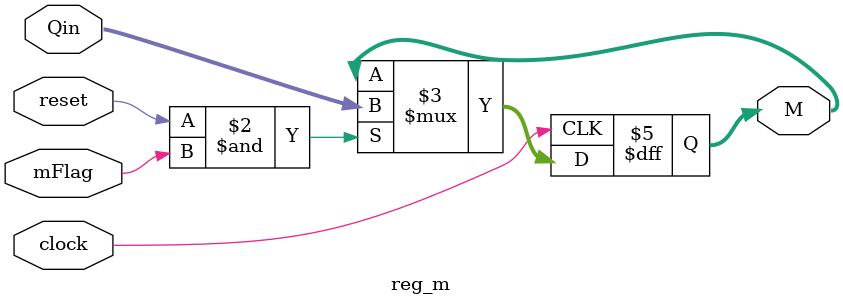
<source format=sv>

module reg_m #(parameter N=8) (input logic clock, reset, mFlag,
              input logic[N-1:0] Qin, output logic[N-1:0] M);

always_ff @ (posedge clock)
  if (reset & mFlag)  // clear C,A and load Q, M
    M <= Qin;

endmodule
</source>
